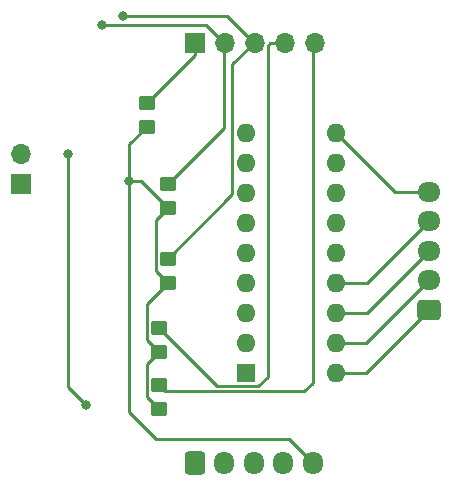
<source format=gbr>
%TF.GenerationSoftware,KiCad,Pcbnew,6.0.11+dfsg-1*%
%TF.CreationDate,2023-12-17T01:08:28-05:00*%
%TF.ProjectId,28byj_controller,32386279-6a5f-4636-9f6e-74726f6c6c65,rev?*%
%TF.SameCoordinates,Original*%
%TF.FileFunction,Copper,L1,Top*%
%TF.FilePolarity,Positive*%
%FSLAX46Y46*%
G04 Gerber Fmt 4.6, Leading zero omitted, Abs format (unit mm)*
G04 Created by KiCad (PCBNEW 6.0.11+dfsg-1) date 2023-12-17 01:08:28*
%MOMM*%
%LPD*%
G01*
G04 APERTURE LIST*
G04 Aperture macros list*
%AMRoundRect*
0 Rectangle with rounded corners*
0 $1 Rounding radius*
0 $2 $3 $4 $5 $6 $7 $8 $9 X,Y pos of 4 corners*
0 Add a 4 corners polygon primitive as box body*
4,1,4,$2,$3,$4,$5,$6,$7,$8,$9,$2,$3,0*
0 Add four circle primitives for the rounded corners*
1,1,$1+$1,$2,$3*
1,1,$1+$1,$4,$5*
1,1,$1+$1,$6,$7*
1,1,$1+$1,$8,$9*
0 Add four rect primitives between the rounded corners*
20,1,$1+$1,$2,$3,$4,$5,0*
20,1,$1+$1,$4,$5,$6,$7,0*
20,1,$1+$1,$6,$7,$8,$9,0*
20,1,$1+$1,$8,$9,$2,$3,0*%
G04 Aperture macros list end*
%TA.AperFunction,ComponentPad*%
%ADD10R,1.700000X1.700000*%
%TD*%
%TA.AperFunction,ComponentPad*%
%ADD11O,1.700000X1.700000*%
%TD*%
%TA.AperFunction,ComponentPad*%
%ADD12RoundRect,0.250000X0.725000X-0.600000X0.725000X0.600000X-0.725000X0.600000X-0.725000X-0.600000X0*%
%TD*%
%TA.AperFunction,ComponentPad*%
%ADD13O,1.950000X1.700000*%
%TD*%
%TA.AperFunction,ComponentPad*%
%ADD14RoundRect,0.250000X-0.600000X-0.725000X0.600000X-0.725000X0.600000X0.725000X-0.600000X0.725000X0*%
%TD*%
%TA.AperFunction,ComponentPad*%
%ADD15O,1.700000X1.950000*%
%TD*%
%TA.AperFunction,SMDPad,CuDef*%
%ADD16RoundRect,0.250000X0.450000X-0.350000X0.450000X0.350000X-0.450000X0.350000X-0.450000X-0.350000X0*%
%TD*%
%TA.AperFunction,ComponentPad*%
%ADD17R,1.600000X1.600000*%
%TD*%
%TA.AperFunction,ComponentPad*%
%ADD18O,1.600000X1.600000*%
%TD*%
%TA.AperFunction,ViaPad*%
%ADD19C,0.800000*%
%TD*%
%TA.AperFunction,Conductor*%
%ADD20C,0.250000*%
%TD*%
G04 APERTURE END LIST*
D10*
%TO.P,J1,1,Pin_1*%
%TO.N,Net-(J1-Pad1)*%
X121666000Y-55880000D03*
D11*
%TO.P,J1,2,Pin_2*%
%TO.N,Net-(J1-Pad2)*%
X124206000Y-55880000D03*
%TO.P,J1,3,Pin_3*%
%TO.N,Net-(J1-Pad3)*%
X126746000Y-55880000D03*
%TO.P,J1,4,Pin_4*%
%TO.N,Net-(J1-Pad4)*%
X129286000Y-55880000D03*
%TO.P,J1,5,Pin_5*%
%TO.N,Net-(J1-Pad5)*%
X131826000Y-55880000D03*
%TD*%
D10*
%TO.P,J2,1,Pin_1*%
%TO.N,+5V*%
X106934000Y-67818000D03*
D11*
%TO.P,J2,2,Pin_2*%
%TO.N,Earth*%
X106934000Y-65278000D03*
%TD*%
D12*
%TO.P,M1,1*%
%TO.N,Net-(M1-Pad1)*%
X141478000Y-78486000D03*
D13*
%TO.P,M1,2*%
%TO.N,Net-(M1-Pad2)*%
X141478000Y-75986000D03*
%TO.P,M1,3*%
%TO.N,Net-(M1-Pad3)*%
X141478000Y-73486000D03*
%TO.P,M1,4*%
%TO.N,Net-(M1-Pad4)*%
X141478000Y-70986000D03*
%TO.P,M1,5,VIN*%
%TO.N,+5V*%
X141478000Y-68486000D03*
%TD*%
D14*
%TO.P,M2,1*%
%TO.N,Net-(M2-Pad1)*%
X121666000Y-91440000D03*
D15*
%TO.P,M2,2*%
%TO.N,Net-(M2-Pad2)*%
X124166000Y-91440000D03*
%TO.P,M2,3*%
%TO.N,Net-(M2-Pad3)*%
X126666000Y-91440000D03*
%TO.P,M2,4*%
%TO.N,Net-(M2-Pad4)*%
X129166000Y-91440000D03*
%TO.P,M2,5,VIN*%
%TO.N,+5V*%
X131666000Y-91440000D03*
%TD*%
D16*
%TO.P,R1,1*%
%TO.N,+5V*%
X117602000Y-62976000D03*
%TO.P,R1,2*%
%TO.N,Net-(J1-Pad1)*%
X117602000Y-60976000D03*
%TD*%
%TO.P,R2,1*%
%TO.N,+5V*%
X119380000Y-69834000D03*
%TO.P,R2,2*%
%TO.N,Net-(J1-Pad2)*%
X119380000Y-67834000D03*
%TD*%
%TO.P,R3,1*%
%TO.N,+5V*%
X119380000Y-76184000D03*
%TO.P,R3,2*%
%TO.N,Net-(J1-Pad3)*%
X119380000Y-74184000D03*
%TD*%
%TO.P,R4,1*%
%TO.N,+5V*%
X118618000Y-82026000D03*
%TO.P,R4,2*%
%TO.N,Net-(J1-Pad4)*%
X118618000Y-80026000D03*
%TD*%
%TO.P,R5,1*%
%TO.N,+5V*%
X118618000Y-86852000D03*
%TO.P,R5,2*%
%TO.N,Net-(J1-Pad5)*%
X118618000Y-84852000D03*
%TD*%
D17*
%TO.P,U2,1,I1*%
%TO.N,Net-(U1-Pad7)*%
X125984000Y-83820000D03*
D18*
%TO.P,U2,2,I2*%
%TO.N,Net-(U1-Pad6)*%
X125984000Y-81280000D03*
%TO.P,U2,3,I3*%
%TO.N,Net-(U1-Pad5)*%
X125984000Y-78740000D03*
%TO.P,U2,4,I4*%
%TO.N,Net-(U1-Pad4)*%
X125984000Y-76200000D03*
%TO.P,U2,5,I5*%
%TO.N,Net-(U1-Pad3)*%
X125984000Y-73660000D03*
%TO.P,U2,6,I6*%
%TO.N,Net-(U1-Pad2)*%
X125984000Y-71120000D03*
%TO.P,U2,7,I7*%
%TO.N,Net-(U1-Pad1)*%
X125984000Y-68580000D03*
%TO.P,U2,8,I8*%
%TO.N,Net-(U1-Pad15)*%
X125984000Y-66040000D03*
%TO.P,U2,9,GND*%
%TO.N,Earth*%
X125984000Y-63500000D03*
%TO.P,U2,10,COM*%
%TO.N,+5V*%
X133604000Y-63500000D03*
%TO.P,U2,11,O8*%
%TO.N,Net-(M2-Pad4)*%
X133604000Y-66040000D03*
%TO.P,U2,12,O7*%
%TO.N,Net-(M2-Pad3)*%
X133604000Y-68580000D03*
%TO.P,U2,13,O6*%
%TO.N,Net-(M2-Pad2)*%
X133604000Y-71120000D03*
%TO.P,U2,14,O5*%
%TO.N,Net-(M2-Pad1)*%
X133604000Y-73660000D03*
%TO.P,U2,15,O4*%
%TO.N,Net-(M1-Pad4)*%
X133604000Y-76200000D03*
%TO.P,U2,16,O3*%
%TO.N,Net-(M1-Pad3)*%
X133604000Y-78740000D03*
%TO.P,U2,17,O2*%
%TO.N,Net-(M1-Pad2)*%
X133604000Y-81280000D03*
%TO.P,U2,18,O1*%
%TO.N,Net-(M1-Pad1)*%
X133604000Y-83820000D03*
%TD*%
D19*
%TO.N,Earth*%
X110958000Y-65318000D03*
X112476000Y-86568000D03*
%TO.N,+5V*%
X116099500Y-67585500D03*
%TO.N,Net-(J1-Pad3)*%
X115573465Y-53594000D03*
%TO.N,Net-(J1-Pad2)*%
X113792000Y-54356000D03*
%TD*%
D20*
%TO.N,Earth*%
X110958000Y-65318000D02*
X110958000Y-85050000D01*
X110958000Y-85050000D02*
X112476000Y-86568000D01*
%TO.N,+5V*%
X118354990Y-70859010D02*
X118354990Y-75158990D01*
X116099500Y-83946690D02*
X116078000Y-83968190D01*
X117131500Y-67585500D02*
X119380000Y-69834000D01*
X118618000Y-82026000D02*
X117592990Y-83051010D01*
X116099500Y-64478500D02*
X117602000Y-62976000D01*
X118354990Y-75158990D02*
X119380000Y-76184000D01*
X129634000Y-89408000D02*
X131666000Y-91440000D01*
X138590000Y-68486000D02*
X133604000Y-63500000D01*
X116099500Y-67585500D02*
X116099500Y-83946690D01*
X116078000Y-83968190D02*
X116078000Y-87122000D01*
X116078000Y-87122000D02*
X118364000Y-89408000D01*
X116099500Y-67585500D02*
X117131500Y-67585500D01*
X117592990Y-81000990D02*
X118618000Y-82026000D01*
X141478000Y-68486000D02*
X138590000Y-68486000D01*
X116099500Y-67585500D02*
X116099500Y-64478500D01*
X118364000Y-89408000D02*
X129634000Y-89408000D01*
X117592990Y-77971010D02*
X117592990Y-81000990D01*
X117592990Y-85826990D02*
X118618000Y-86852000D01*
X119380000Y-76184000D02*
X117592990Y-77971010D01*
X117592990Y-83051010D02*
X117592990Y-85826990D01*
X119380000Y-69834000D02*
X118354990Y-70859010D01*
%TO.N,Net-(J1-Pad5)*%
X131666000Y-55880000D02*
X131666000Y-84653285D01*
X130924274Y-85395011D02*
X119161011Y-85395011D01*
X131666000Y-84653285D02*
X130924274Y-85395011D01*
X119161011Y-85395011D02*
X118618000Y-84852000D01*
%TO.N,Net-(J1-Pad4)*%
X127044001Y-84945001D02*
X123537001Y-84945001D01*
X127841010Y-56104990D02*
X127841010Y-84147992D01*
X128066000Y-55880000D02*
X127841010Y-56104990D01*
X129166000Y-55880000D02*
X128066000Y-55880000D01*
X123537001Y-84945001D02*
X118618000Y-80026000D01*
X127841010Y-84147992D02*
X127044001Y-84945001D01*
%TO.N,Net-(J1-Pad3)*%
X124858999Y-57687001D02*
X124858999Y-68705001D01*
X115573465Y-53594000D02*
X124380000Y-53594000D01*
X124380000Y-53594000D02*
X126666000Y-55880000D01*
X126666000Y-55880000D02*
X124858999Y-57687001D01*
X124858999Y-68705001D02*
X119380000Y-74184000D01*
%TO.N,Net-(J1-Pad2)*%
X113792000Y-54356000D02*
X122642000Y-54356000D01*
X124166000Y-55880000D02*
X124166000Y-63048000D01*
X124166000Y-63048000D02*
X119380000Y-67834000D01*
X122642000Y-54356000D02*
X124166000Y-55880000D01*
%TO.N,Net-(J1-Pad1)*%
X121666000Y-56912000D02*
X117602000Y-60976000D01*
X121666000Y-55880000D02*
X121666000Y-56912000D01*
%TO.N,Net-(M1-Pad4)*%
X133604000Y-76200000D02*
X136264000Y-76200000D01*
X136264000Y-76200000D02*
X141478000Y-70986000D01*
%TO.N,Net-(M1-Pad3)*%
X133604000Y-78740000D02*
X136224000Y-78740000D01*
X136224000Y-78740000D02*
X141478000Y-73486000D01*
%TO.N,Net-(M1-Pad2)*%
X133604000Y-81280000D02*
X136184000Y-81280000D01*
X136184000Y-81280000D02*
X141478000Y-75986000D01*
%TO.N,Net-(M1-Pad1)*%
X133604000Y-83820000D02*
X136144000Y-83820000D01*
X136144000Y-83820000D02*
X141478000Y-78486000D01*
%TD*%
M02*

</source>
